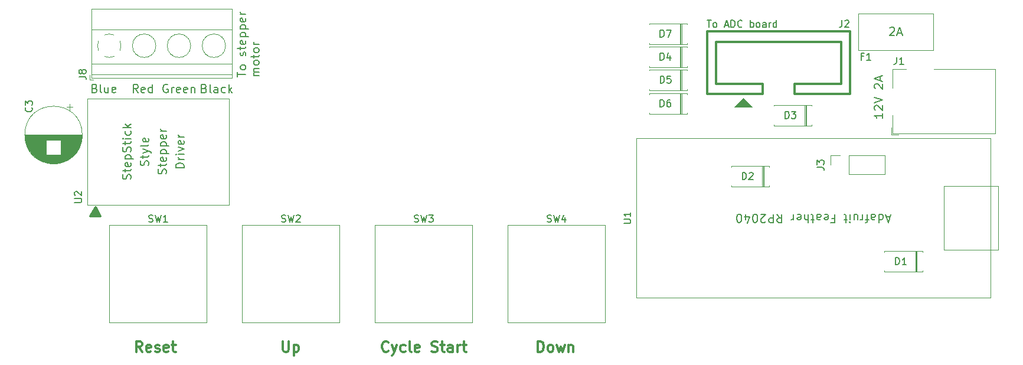
<source format=gbr>
%TF.GenerationSoftware,KiCad,Pcbnew,(6.0.0)*%
%TF.CreationDate,2022-01-09T22:19:22-05:00*%
%TF.ProjectId,Main-board-FeatherRP2040,4d61696e-2d62-46f6-9172-642d46656174,rev?*%
%TF.SameCoordinates,Original*%
%TF.FileFunction,Legend,Top*%
%TF.FilePolarity,Positive*%
%FSLAX46Y46*%
G04 Gerber Fmt 4.6, Leading zero omitted, Abs format (unit mm)*
G04 Created by KiCad (PCBNEW (6.0.0)) date 2022-01-09 22:19:22*
%MOMM*%
%LPD*%
G01*
G04 APERTURE LIST*
%ADD10C,0.200000*%
%ADD11C,0.300000*%
%ADD12C,0.150000*%
%ADD13C,0.120000*%
%ADD14C,0.100000*%
G04 APERTURE END LIST*
D10*
X98752380Y-1652380D02*
X99323809Y-1652380D01*
X99038095Y-2652380D02*
X99038095Y-1652380D01*
X99800000Y-2652380D02*
X99704761Y-2604761D01*
X99657142Y-2557142D01*
X99609523Y-2461904D01*
X99609523Y-2176190D01*
X99657142Y-2080952D01*
X99704761Y-2033333D01*
X99800000Y-1985714D01*
X99942857Y-1985714D01*
X100038095Y-2033333D01*
X100085714Y-2080952D01*
X100133333Y-2176190D01*
X100133333Y-2461904D01*
X100085714Y-2557142D01*
X100038095Y-2604761D01*
X99942857Y-2652380D01*
X99800000Y-2652380D01*
X101276190Y-2366666D02*
X101752380Y-2366666D01*
X101180952Y-2652380D02*
X101514285Y-1652380D01*
X101847619Y-2652380D01*
X102180952Y-2652380D02*
X102180952Y-1652380D01*
X102419047Y-1652380D01*
X102561904Y-1700000D01*
X102657142Y-1795238D01*
X102704761Y-1890476D01*
X102752380Y-2080952D01*
X102752380Y-2223809D01*
X102704761Y-2414285D01*
X102657142Y-2509523D01*
X102561904Y-2604761D01*
X102419047Y-2652380D01*
X102180952Y-2652380D01*
X103752380Y-2557142D02*
X103704761Y-2604761D01*
X103561904Y-2652380D01*
X103466666Y-2652380D01*
X103323809Y-2604761D01*
X103228571Y-2509523D01*
X103180952Y-2414285D01*
X103133333Y-2223809D01*
X103133333Y-2080952D01*
X103180952Y-1890476D01*
X103228571Y-1795238D01*
X103323809Y-1700000D01*
X103466666Y-1652380D01*
X103561904Y-1652380D01*
X103704761Y-1700000D01*
X103752380Y-1747619D01*
X104942857Y-2652380D02*
X104942857Y-1652380D01*
X104942857Y-2033333D02*
X105038095Y-1985714D01*
X105228571Y-1985714D01*
X105323809Y-2033333D01*
X105371428Y-2080952D01*
X105419047Y-2176190D01*
X105419047Y-2461904D01*
X105371428Y-2557142D01*
X105323809Y-2604761D01*
X105228571Y-2652380D01*
X105038095Y-2652380D01*
X104942857Y-2604761D01*
X105990476Y-2652380D02*
X105895238Y-2604761D01*
X105847619Y-2557142D01*
X105800000Y-2461904D01*
X105800000Y-2176190D01*
X105847619Y-2080952D01*
X105895238Y-2033333D01*
X105990476Y-1985714D01*
X106133333Y-1985714D01*
X106228571Y-2033333D01*
X106276190Y-2080952D01*
X106323809Y-2176190D01*
X106323809Y-2461904D01*
X106276190Y-2557142D01*
X106228571Y-2604761D01*
X106133333Y-2652380D01*
X105990476Y-2652380D01*
X107180952Y-2652380D02*
X107180952Y-2128571D01*
X107133333Y-2033333D01*
X107038095Y-1985714D01*
X106847619Y-1985714D01*
X106752380Y-2033333D01*
X107180952Y-2604761D02*
X107085714Y-2652380D01*
X106847619Y-2652380D01*
X106752380Y-2604761D01*
X106704761Y-2509523D01*
X106704761Y-2414285D01*
X106752380Y-2319047D01*
X106847619Y-2271428D01*
X107085714Y-2271428D01*
X107180952Y-2223809D01*
X107657142Y-2652380D02*
X107657142Y-1985714D01*
X107657142Y-2176190D02*
X107704761Y-2080952D01*
X107752380Y-2033333D01*
X107847619Y-1985714D01*
X107942857Y-1985714D01*
X108704761Y-2652380D02*
X108704761Y-1652380D01*
X108704761Y-2604761D02*
X108609523Y-2652380D01*
X108419047Y-2652380D01*
X108323809Y-2604761D01*
X108276190Y-2557142D01*
X108228571Y-2461904D01*
X108228571Y-2176190D01*
X108276190Y-2080952D01*
X108323809Y-2033333D01*
X108419047Y-1985714D01*
X108609523Y-1985714D01*
X108704761Y-2033333D01*
D11*
X11750000Y-29750000D02*
X10250000Y-29750000D01*
X10250000Y-29750000D02*
X11000000Y-28500000D01*
X11000000Y-28500000D02*
X11750000Y-29750000D01*
G36*
X11750000Y-29750000D02*
G01*
X10250000Y-29750000D01*
X11000000Y-28500000D01*
X11750000Y-29750000D01*
G37*
X11750000Y-29750000D02*
X10250000Y-29750000D01*
X11000000Y-28500000D01*
X11750000Y-29750000D01*
X53028571Y-49035714D02*
X52957142Y-49107142D01*
X52742857Y-49178571D01*
X52600000Y-49178571D01*
X52385714Y-49107142D01*
X52242857Y-48964285D01*
X52171428Y-48821428D01*
X52100000Y-48535714D01*
X52100000Y-48321428D01*
X52171428Y-48035714D01*
X52242857Y-47892857D01*
X52385714Y-47750000D01*
X52600000Y-47678571D01*
X52742857Y-47678571D01*
X52957142Y-47750000D01*
X53028571Y-47821428D01*
X53528571Y-48178571D02*
X53885714Y-49178571D01*
X54242857Y-48178571D02*
X53885714Y-49178571D01*
X53742857Y-49535714D01*
X53671428Y-49607142D01*
X53528571Y-49678571D01*
X55457142Y-49107142D02*
X55314285Y-49178571D01*
X55028571Y-49178571D01*
X54885714Y-49107142D01*
X54814285Y-49035714D01*
X54742857Y-48892857D01*
X54742857Y-48464285D01*
X54814285Y-48321428D01*
X54885714Y-48250000D01*
X55028571Y-48178571D01*
X55314285Y-48178571D01*
X55457142Y-48250000D01*
X56314285Y-49178571D02*
X56171428Y-49107142D01*
X56100000Y-48964285D01*
X56100000Y-47678571D01*
X57457142Y-49107142D02*
X57314285Y-49178571D01*
X57028571Y-49178571D01*
X56885714Y-49107142D01*
X56814285Y-48964285D01*
X56814285Y-48392857D01*
X56885714Y-48250000D01*
X57028571Y-48178571D01*
X57314285Y-48178571D01*
X57457142Y-48250000D01*
X57528571Y-48392857D01*
X57528571Y-48535714D01*
X56814285Y-48678571D01*
X59242857Y-49107142D02*
X59457142Y-49178571D01*
X59814285Y-49178571D01*
X59957142Y-49107142D01*
X60028571Y-49035714D01*
X60100000Y-48892857D01*
X60100000Y-48750000D01*
X60028571Y-48607142D01*
X59957142Y-48535714D01*
X59814285Y-48464285D01*
X59528571Y-48392857D01*
X59385714Y-48321428D01*
X59314285Y-48250000D01*
X59242857Y-48107142D01*
X59242857Y-47964285D01*
X59314285Y-47821428D01*
X59385714Y-47750000D01*
X59528571Y-47678571D01*
X59885714Y-47678571D01*
X60100000Y-47750000D01*
X60528571Y-48178571D02*
X61100000Y-48178571D01*
X60742857Y-47678571D02*
X60742857Y-48964285D01*
X60814285Y-49107142D01*
X60957142Y-49178571D01*
X61100000Y-49178571D01*
X62242857Y-49178571D02*
X62242857Y-48392857D01*
X62171428Y-48250000D01*
X62028571Y-48178571D01*
X61742857Y-48178571D01*
X61600000Y-48250000D01*
X62242857Y-49107142D02*
X62100000Y-49178571D01*
X61742857Y-49178571D01*
X61600000Y-49107142D01*
X61528571Y-48964285D01*
X61528571Y-48821428D01*
X61600000Y-48678571D01*
X61742857Y-48607142D01*
X62100000Y-48607142D01*
X62242857Y-48535714D01*
X62957142Y-49178571D02*
X62957142Y-48178571D01*
X62957142Y-48464285D02*
X63028571Y-48321428D01*
X63100000Y-48250000D01*
X63242857Y-48178571D01*
X63385714Y-48178571D01*
X63671428Y-48178571D02*
X64242857Y-48178571D01*
X63885714Y-47678571D02*
X63885714Y-48964285D01*
X63957142Y-49107142D01*
X64100000Y-49178571D01*
X64242857Y-49178571D01*
D10*
X17114285Y-12042857D02*
X16714285Y-11471428D01*
X16428571Y-12042857D02*
X16428571Y-10842857D01*
X16885714Y-10842857D01*
X17000000Y-10900000D01*
X17057142Y-10957142D01*
X17114285Y-11071428D01*
X17114285Y-11242857D01*
X17057142Y-11357142D01*
X17000000Y-11414285D01*
X16885714Y-11471428D01*
X16428571Y-11471428D01*
X18085714Y-11985714D02*
X17971428Y-12042857D01*
X17742857Y-12042857D01*
X17628571Y-11985714D01*
X17571428Y-11871428D01*
X17571428Y-11414285D01*
X17628571Y-11300000D01*
X17742857Y-11242857D01*
X17971428Y-11242857D01*
X18085714Y-11300000D01*
X18142857Y-11414285D01*
X18142857Y-11528571D01*
X17571428Y-11642857D01*
X19171428Y-12042857D02*
X19171428Y-10842857D01*
X19171428Y-11985714D02*
X19057142Y-12042857D01*
X18828571Y-12042857D01*
X18714285Y-11985714D01*
X18657142Y-11928571D01*
X18600000Y-11814285D01*
X18600000Y-11471428D01*
X18657142Y-11357142D01*
X18714285Y-11300000D01*
X18828571Y-11242857D01*
X19057142Y-11242857D01*
X19171428Y-11300000D01*
X123942857Y-14985714D02*
X123942857Y-15671428D01*
X123942857Y-15328571D02*
X122742857Y-15328571D01*
X122914285Y-15442857D01*
X123028571Y-15557142D01*
X123085714Y-15671428D01*
X122857142Y-14528571D02*
X122800000Y-14471428D01*
X122742857Y-14357142D01*
X122742857Y-14071428D01*
X122800000Y-13957142D01*
X122857142Y-13900000D01*
X122971428Y-13842857D01*
X123085714Y-13842857D01*
X123257142Y-13900000D01*
X123942857Y-14585714D01*
X123942857Y-13842857D01*
X122742857Y-13500000D02*
X123942857Y-13100000D01*
X122742857Y-12700000D01*
X122857142Y-11442857D02*
X122800000Y-11385714D01*
X122742857Y-11271428D01*
X122742857Y-10985714D01*
X122800000Y-10871428D01*
X122857142Y-10814285D01*
X122971428Y-10757142D01*
X123085714Y-10757142D01*
X123257142Y-10814285D01*
X123942857Y-11500000D01*
X123942857Y-10757142D01*
X123600000Y-10300000D02*
X123600000Y-9728571D01*
X123942857Y-10414285D02*
X122742857Y-10014285D01*
X123942857Y-9614285D01*
D11*
X37892857Y-47678571D02*
X37892857Y-48892857D01*
X37964285Y-49035714D01*
X38035714Y-49107142D01*
X38178571Y-49178571D01*
X38464285Y-49178571D01*
X38607142Y-49107142D01*
X38678571Y-49035714D01*
X38750000Y-48892857D01*
X38750000Y-47678571D01*
X39464285Y-48178571D02*
X39464285Y-49678571D01*
X39464285Y-48250000D02*
X39607142Y-48178571D01*
X39892857Y-48178571D01*
X40035714Y-48250000D01*
X40107142Y-48321428D01*
X40178571Y-48464285D01*
X40178571Y-48892857D01*
X40107142Y-49035714D01*
X40035714Y-49107142D01*
X39892857Y-49178571D01*
X39607142Y-49178571D01*
X39464285Y-49107142D01*
X17742857Y-49178571D02*
X17242857Y-48464285D01*
X16885714Y-49178571D02*
X16885714Y-47678571D01*
X17457142Y-47678571D01*
X17600000Y-47750000D01*
X17671428Y-47821428D01*
X17742857Y-47964285D01*
X17742857Y-48178571D01*
X17671428Y-48321428D01*
X17600000Y-48392857D01*
X17457142Y-48464285D01*
X16885714Y-48464285D01*
X18957142Y-49107142D02*
X18814285Y-49178571D01*
X18528571Y-49178571D01*
X18385714Y-49107142D01*
X18314285Y-48964285D01*
X18314285Y-48392857D01*
X18385714Y-48250000D01*
X18528571Y-48178571D01*
X18814285Y-48178571D01*
X18957142Y-48250000D01*
X19028571Y-48392857D01*
X19028571Y-48535714D01*
X18314285Y-48678571D01*
X19600000Y-49107142D02*
X19742857Y-49178571D01*
X20028571Y-49178571D01*
X20171428Y-49107142D01*
X20242857Y-48964285D01*
X20242857Y-48892857D01*
X20171428Y-48750000D01*
X20028571Y-48678571D01*
X19814285Y-48678571D01*
X19671428Y-48607142D01*
X19600000Y-48464285D01*
X19600000Y-48392857D01*
X19671428Y-48250000D01*
X19814285Y-48178571D01*
X20028571Y-48178571D01*
X20171428Y-48250000D01*
X21457142Y-49107142D02*
X21314285Y-49178571D01*
X21028571Y-49178571D01*
X20885714Y-49107142D01*
X20814285Y-48964285D01*
X20814285Y-48392857D01*
X20885714Y-48250000D01*
X21028571Y-48178571D01*
X21314285Y-48178571D01*
X21457142Y-48250000D01*
X21528571Y-48392857D01*
X21528571Y-48535714D01*
X20814285Y-48678571D01*
X21957142Y-48178571D02*
X22528571Y-48178571D01*
X22171428Y-47678571D02*
X22171428Y-48964285D01*
X22242857Y-49107142D01*
X22385714Y-49178571D01*
X22528571Y-49178571D01*
X74464285Y-49178571D02*
X74464285Y-47678571D01*
X74821428Y-47678571D01*
X75035714Y-47750000D01*
X75178571Y-47892857D01*
X75250000Y-48035714D01*
X75321428Y-48321428D01*
X75321428Y-48535714D01*
X75250000Y-48821428D01*
X75178571Y-48964285D01*
X75035714Y-49107142D01*
X74821428Y-49178571D01*
X74464285Y-49178571D01*
X76178571Y-49178571D02*
X76035714Y-49107142D01*
X75964285Y-49035714D01*
X75892857Y-48892857D01*
X75892857Y-48464285D01*
X75964285Y-48321428D01*
X76035714Y-48250000D01*
X76178571Y-48178571D01*
X76392857Y-48178571D01*
X76535714Y-48250000D01*
X76607142Y-48321428D01*
X76678571Y-48464285D01*
X76678571Y-48892857D01*
X76607142Y-49035714D01*
X76535714Y-49107142D01*
X76392857Y-49178571D01*
X76178571Y-49178571D01*
X77178571Y-48178571D02*
X77464285Y-49178571D01*
X77750000Y-48464285D01*
X78035714Y-49178571D01*
X78321428Y-48178571D01*
X78892857Y-48178571D02*
X78892857Y-49178571D01*
X78892857Y-48321428D02*
X78964285Y-48250000D01*
X79107142Y-48178571D01*
X79321428Y-48178571D01*
X79464285Y-48250000D01*
X79535714Y-48392857D01*
X79535714Y-49178571D01*
D10*
X26628571Y-11414285D02*
X26800000Y-11471428D01*
X26857142Y-11528571D01*
X26914285Y-11642857D01*
X26914285Y-11814285D01*
X26857142Y-11928571D01*
X26800000Y-11985714D01*
X26685714Y-12042857D01*
X26228571Y-12042857D01*
X26228571Y-10842857D01*
X26628571Y-10842857D01*
X26742857Y-10900000D01*
X26800000Y-10957142D01*
X26857142Y-11071428D01*
X26857142Y-11185714D01*
X26800000Y-11300000D01*
X26742857Y-11357142D01*
X26628571Y-11414285D01*
X26228571Y-11414285D01*
X27600000Y-12042857D02*
X27485714Y-11985714D01*
X27428571Y-11871428D01*
X27428571Y-10842857D01*
X28571428Y-12042857D02*
X28571428Y-11414285D01*
X28514285Y-11300000D01*
X28400000Y-11242857D01*
X28171428Y-11242857D01*
X28057142Y-11300000D01*
X28571428Y-11985714D02*
X28457142Y-12042857D01*
X28171428Y-12042857D01*
X28057142Y-11985714D01*
X28000000Y-11871428D01*
X28000000Y-11757142D01*
X28057142Y-11642857D01*
X28171428Y-11585714D01*
X28457142Y-11585714D01*
X28571428Y-11528571D01*
X29657142Y-11985714D02*
X29542857Y-12042857D01*
X29314285Y-12042857D01*
X29200000Y-11985714D01*
X29142857Y-11928571D01*
X29085714Y-11814285D01*
X29085714Y-11471428D01*
X29142857Y-11357142D01*
X29200000Y-11300000D01*
X29314285Y-11242857D01*
X29542857Y-11242857D01*
X29657142Y-11300000D01*
X30171428Y-12042857D02*
X30171428Y-10842857D01*
X30285714Y-11585714D02*
X30628571Y-12042857D01*
X30628571Y-11242857D02*
X30171428Y-11700000D01*
X10914285Y-11414285D02*
X11085714Y-11471428D01*
X11142857Y-11528571D01*
X11200000Y-11642857D01*
X11200000Y-11814285D01*
X11142857Y-11928571D01*
X11085714Y-11985714D01*
X10971428Y-12042857D01*
X10514285Y-12042857D01*
X10514285Y-10842857D01*
X10914285Y-10842857D01*
X11028571Y-10900000D01*
X11085714Y-10957142D01*
X11142857Y-11071428D01*
X11142857Y-11185714D01*
X11085714Y-11300000D01*
X11028571Y-11357142D01*
X10914285Y-11414285D01*
X10514285Y-11414285D01*
X11885714Y-12042857D02*
X11771428Y-11985714D01*
X11714285Y-11871428D01*
X11714285Y-10842857D01*
X12857142Y-11242857D02*
X12857142Y-12042857D01*
X12342857Y-11242857D02*
X12342857Y-11871428D01*
X12400000Y-11985714D01*
X12514285Y-12042857D01*
X12685714Y-12042857D01*
X12800000Y-11985714D01*
X12857142Y-11928571D01*
X13885714Y-11985714D02*
X13771428Y-12042857D01*
X13542857Y-12042857D01*
X13428571Y-11985714D01*
X13371428Y-11871428D01*
X13371428Y-11414285D01*
X13428571Y-11300000D01*
X13542857Y-11242857D01*
X13771428Y-11242857D01*
X13885714Y-11300000D01*
X13942857Y-11414285D01*
X13942857Y-11528571D01*
X13371428Y-11642857D01*
X31376857Y-9755714D02*
X31376857Y-9070000D01*
X32576857Y-9412857D02*
X31376857Y-9412857D01*
X32576857Y-8498571D02*
X32519714Y-8612857D01*
X32462571Y-8670000D01*
X32348285Y-8727142D01*
X32005428Y-8727142D01*
X31891142Y-8670000D01*
X31834000Y-8612857D01*
X31776857Y-8498571D01*
X31776857Y-8327142D01*
X31834000Y-8212857D01*
X31891142Y-8155714D01*
X32005428Y-8098571D01*
X32348285Y-8098571D01*
X32462571Y-8155714D01*
X32519714Y-8212857D01*
X32576857Y-8327142D01*
X32576857Y-8498571D01*
X32519714Y-6727142D02*
X32576857Y-6612857D01*
X32576857Y-6384285D01*
X32519714Y-6270000D01*
X32405428Y-6212857D01*
X32348285Y-6212857D01*
X32234000Y-6270000D01*
X32176857Y-6384285D01*
X32176857Y-6555714D01*
X32119714Y-6670000D01*
X32005428Y-6727142D01*
X31948285Y-6727142D01*
X31834000Y-6670000D01*
X31776857Y-6555714D01*
X31776857Y-6384285D01*
X31834000Y-6270000D01*
X31776857Y-5870000D02*
X31776857Y-5412857D01*
X31376857Y-5698571D02*
X32405428Y-5698571D01*
X32519714Y-5641428D01*
X32576857Y-5527142D01*
X32576857Y-5412857D01*
X32519714Y-4555714D02*
X32576857Y-4670000D01*
X32576857Y-4898571D01*
X32519714Y-5012857D01*
X32405428Y-5070000D01*
X31948285Y-5070000D01*
X31834000Y-5012857D01*
X31776857Y-4898571D01*
X31776857Y-4670000D01*
X31834000Y-4555714D01*
X31948285Y-4498571D01*
X32062571Y-4498571D01*
X32176857Y-5070000D01*
X31776857Y-3984285D02*
X32976857Y-3984285D01*
X31834000Y-3984285D02*
X31776857Y-3870000D01*
X31776857Y-3641428D01*
X31834000Y-3527142D01*
X31891142Y-3470000D01*
X32005428Y-3412857D01*
X32348285Y-3412857D01*
X32462571Y-3470000D01*
X32519714Y-3527142D01*
X32576857Y-3641428D01*
X32576857Y-3870000D01*
X32519714Y-3984285D01*
X31776857Y-2898571D02*
X32976857Y-2898571D01*
X31834000Y-2898571D02*
X31776857Y-2784285D01*
X31776857Y-2555714D01*
X31834000Y-2441428D01*
X31891142Y-2384285D01*
X32005428Y-2327142D01*
X32348285Y-2327142D01*
X32462571Y-2384285D01*
X32519714Y-2441428D01*
X32576857Y-2555714D01*
X32576857Y-2784285D01*
X32519714Y-2898571D01*
X32519714Y-1355714D02*
X32576857Y-1470000D01*
X32576857Y-1698571D01*
X32519714Y-1812857D01*
X32405428Y-1870000D01*
X31948285Y-1870000D01*
X31834000Y-1812857D01*
X31776857Y-1698571D01*
X31776857Y-1470000D01*
X31834000Y-1355714D01*
X31948285Y-1298571D01*
X32062571Y-1298571D01*
X32176857Y-1870000D01*
X32576857Y-784285D02*
X31776857Y-784285D01*
X32005428Y-784285D02*
X31891142Y-727142D01*
X31834000Y-670000D01*
X31776857Y-555714D01*
X31776857Y-441428D01*
X34508857Y-9584285D02*
X33708857Y-9584285D01*
X33823142Y-9584285D02*
X33766000Y-9527142D01*
X33708857Y-9412857D01*
X33708857Y-9241428D01*
X33766000Y-9127142D01*
X33880285Y-9070000D01*
X34508857Y-9070000D01*
X33880285Y-9070000D02*
X33766000Y-9012857D01*
X33708857Y-8898571D01*
X33708857Y-8727142D01*
X33766000Y-8612857D01*
X33880285Y-8555714D01*
X34508857Y-8555714D01*
X34508857Y-7812857D02*
X34451714Y-7927142D01*
X34394571Y-7984285D01*
X34280285Y-8041428D01*
X33937428Y-8041428D01*
X33823142Y-7984285D01*
X33766000Y-7927142D01*
X33708857Y-7812857D01*
X33708857Y-7641428D01*
X33766000Y-7527142D01*
X33823142Y-7470000D01*
X33937428Y-7412857D01*
X34280285Y-7412857D01*
X34394571Y-7470000D01*
X34451714Y-7527142D01*
X34508857Y-7641428D01*
X34508857Y-7812857D01*
X33708857Y-7070000D02*
X33708857Y-6612857D01*
X33308857Y-6898571D02*
X34337428Y-6898571D01*
X34451714Y-6841428D01*
X34508857Y-6727142D01*
X34508857Y-6612857D01*
X34508857Y-6041428D02*
X34451714Y-6155714D01*
X34394571Y-6212857D01*
X34280285Y-6270000D01*
X33937428Y-6270000D01*
X33823142Y-6212857D01*
X33766000Y-6155714D01*
X33708857Y-6041428D01*
X33708857Y-5870000D01*
X33766000Y-5755714D01*
X33823142Y-5698571D01*
X33937428Y-5641428D01*
X34280285Y-5641428D01*
X34394571Y-5698571D01*
X34451714Y-5755714D01*
X34508857Y-5870000D01*
X34508857Y-6041428D01*
X34508857Y-5127142D02*
X33708857Y-5127142D01*
X33937428Y-5127142D02*
X33823142Y-5070000D01*
X33766000Y-5012857D01*
X33708857Y-4898571D01*
X33708857Y-4784285D01*
X124942857Y-2757142D02*
X125000000Y-2700000D01*
X125114285Y-2642857D01*
X125400000Y-2642857D01*
X125514285Y-2700000D01*
X125571428Y-2757142D01*
X125628571Y-2871428D01*
X125628571Y-2985714D01*
X125571428Y-3157142D01*
X124885714Y-3842857D01*
X125628571Y-3842857D01*
X126085714Y-3500000D02*
X126657142Y-3500000D01*
X125971428Y-3842857D02*
X126371428Y-2642857D01*
X126771428Y-3842857D01*
X21371428Y-10900000D02*
X21257142Y-10842857D01*
X21085714Y-10842857D01*
X20914285Y-10900000D01*
X20800000Y-11014285D01*
X20742857Y-11128571D01*
X20685714Y-11357142D01*
X20685714Y-11528571D01*
X20742857Y-11757142D01*
X20800000Y-11871428D01*
X20914285Y-11985714D01*
X21085714Y-12042857D01*
X21200000Y-12042857D01*
X21371428Y-11985714D01*
X21428571Y-11928571D01*
X21428571Y-11528571D01*
X21200000Y-11528571D01*
X21942857Y-12042857D02*
X21942857Y-11242857D01*
X21942857Y-11471428D02*
X22000000Y-11357142D01*
X22057142Y-11300000D01*
X22171428Y-11242857D01*
X22285714Y-11242857D01*
X23142857Y-11985714D02*
X23028571Y-12042857D01*
X22800000Y-12042857D01*
X22685714Y-11985714D01*
X22628571Y-11871428D01*
X22628571Y-11414285D01*
X22685714Y-11300000D01*
X22800000Y-11242857D01*
X23028571Y-11242857D01*
X23142857Y-11300000D01*
X23200000Y-11414285D01*
X23200000Y-11528571D01*
X22628571Y-11642857D01*
X24171428Y-11985714D02*
X24057142Y-12042857D01*
X23828571Y-12042857D01*
X23714285Y-11985714D01*
X23657142Y-11871428D01*
X23657142Y-11414285D01*
X23714285Y-11300000D01*
X23828571Y-11242857D01*
X24057142Y-11242857D01*
X24171428Y-11300000D01*
X24228571Y-11414285D01*
X24228571Y-11528571D01*
X23657142Y-11642857D01*
X24742857Y-11242857D02*
X24742857Y-12042857D01*
X24742857Y-11357142D02*
X24800000Y-11300000D01*
X24914285Y-11242857D01*
X25085714Y-11242857D01*
X25200000Y-11300000D01*
X25257142Y-11414285D01*
X25257142Y-12042857D01*
D12*
%TO.C,F1*%
X121166666Y-6828571D02*
X120833333Y-6828571D01*
X120833333Y-7352380D02*
X120833333Y-6352380D01*
X121309523Y-6352380D01*
X122214285Y-7352380D02*
X121642857Y-7352380D01*
X121928571Y-7352380D02*
X121928571Y-6352380D01*
X121833333Y-6495238D01*
X121738095Y-6590476D01*
X121642857Y-6638095D01*
%TO.C,C3*%
X1857142Y-14166666D02*
X1904761Y-14214285D01*
X1952380Y-14357142D01*
X1952380Y-14452380D01*
X1904761Y-14595238D01*
X1809523Y-14690476D01*
X1714285Y-14738095D01*
X1523809Y-14785714D01*
X1380952Y-14785714D01*
X1190476Y-14738095D01*
X1095238Y-14690476D01*
X1000000Y-14595238D01*
X952380Y-14452380D01*
X952380Y-14357142D01*
X1000000Y-14214285D01*
X1047619Y-14166666D01*
X952380Y-13833333D02*
X952380Y-13214285D01*
X1333333Y-13547619D01*
X1333333Y-13404761D01*
X1380952Y-13309523D01*
X1428571Y-13261904D01*
X1523809Y-13214285D01*
X1761904Y-13214285D01*
X1857142Y-13261904D01*
X1904761Y-13309523D01*
X1952380Y-13404761D01*
X1952380Y-13690476D01*
X1904761Y-13785714D01*
X1857142Y-13833333D01*
%TO.C,SW4*%
X75816666Y-30530761D02*
X75959523Y-30578380D01*
X76197619Y-30578380D01*
X76292857Y-30530761D01*
X76340476Y-30483142D01*
X76388095Y-30387904D01*
X76388095Y-30292666D01*
X76340476Y-30197428D01*
X76292857Y-30149809D01*
X76197619Y-30102190D01*
X76007142Y-30054571D01*
X75911904Y-30006952D01*
X75864285Y-29959333D01*
X75816666Y-29864095D01*
X75816666Y-29768857D01*
X75864285Y-29673619D01*
X75911904Y-29626000D01*
X76007142Y-29578380D01*
X76245238Y-29578380D01*
X76388095Y-29626000D01*
X76721428Y-29578380D02*
X76959523Y-30578380D01*
X77150000Y-29864095D01*
X77340476Y-30578380D01*
X77578571Y-29578380D01*
X78388095Y-29911714D02*
X78388095Y-30578380D01*
X78150000Y-29530761D02*
X77911904Y-30245047D01*
X78530952Y-30245047D01*
%TO.C,J8*%
X8652380Y-9733333D02*
X9366666Y-9733333D01*
X9509523Y-9780952D01*
X9604761Y-9876190D01*
X9652380Y-10019047D01*
X9652380Y-10114285D01*
X9080952Y-9114285D02*
X9033333Y-9209523D01*
X8985714Y-9257142D01*
X8890476Y-9304761D01*
X8842857Y-9304761D01*
X8747619Y-9257142D01*
X8700000Y-9209523D01*
X8652380Y-9114285D01*
X8652380Y-8923809D01*
X8700000Y-8828571D01*
X8747619Y-8780952D01*
X8842857Y-8733333D01*
X8890476Y-8733333D01*
X8985714Y-8780952D01*
X9033333Y-8828571D01*
X9080952Y-8923809D01*
X9080952Y-9114285D01*
X9128571Y-9209523D01*
X9176190Y-9257142D01*
X9271428Y-9304761D01*
X9461904Y-9304761D01*
X9557142Y-9257142D01*
X9604761Y-9209523D01*
X9652380Y-9114285D01*
X9652380Y-8923809D01*
X9604761Y-8828571D01*
X9557142Y-8780952D01*
X9461904Y-8733333D01*
X9271428Y-8733333D01*
X9176190Y-8780952D01*
X9128571Y-8828571D01*
X9080952Y-8923809D01*
%TO.C,D6*%
X92011904Y-14052380D02*
X92011904Y-13052380D01*
X92250000Y-13052380D01*
X92392857Y-13100000D01*
X92488095Y-13195238D01*
X92535714Y-13290476D01*
X92583333Y-13480952D01*
X92583333Y-13623809D01*
X92535714Y-13814285D01*
X92488095Y-13909523D01*
X92392857Y-14004761D01*
X92250000Y-14052380D01*
X92011904Y-14052380D01*
X93440476Y-13052380D02*
X93250000Y-13052380D01*
X93154761Y-13100000D01*
X93107142Y-13147619D01*
X93011904Y-13290476D01*
X92964285Y-13480952D01*
X92964285Y-13861904D01*
X93011904Y-13957142D01*
X93059523Y-14004761D01*
X93154761Y-14052380D01*
X93345238Y-14052380D01*
X93440476Y-14004761D01*
X93488095Y-13957142D01*
X93535714Y-13861904D01*
X93535714Y-13623809D01*
X93488095Y-13528571D01*
X93440476Y-13480952D01*
X93345238Y-13433333D01*
X93154761Y-13433333D01*
X93059523Y-13480952D01*
X93011904Y-13528571D01*
X92964285Y-13623809D01*
%TO.C,J3*%
X114492380Y-22713333D02*
X115206666Y-22713333D01*
X115349523Y-22760952D01*
X115444761Y-22856190D01*
X115492380Y-22999047D01*
X115492380Y-23094285D01*
X114492380Y-22332380D02*
X114492380Y-21713333D01*
X114873333Y-22046666D01*
X114873333Y-21903809D01*
X114920952Y-21808571D01*
X114968571Y-21760952D01*
X115063809Y-21713333D01*
X115301904Y-21713333D01*
X115397142Y-21760952D01*
X115444761Y-21808571D01*
X115492380Y-21903809D01*
X115492380Y-22189523D01*
X115444761Y-22284761D01*
X115397142Y-22332380D01*
%TO.C,J1*%
X125916666Y-6959880D02*
X125916666Y-7674166D01*
X125869047Y-7817023D01*
X125773809Y-7912261D01*
X125630952Y-7959880D01*
X125535714Y-7959880D01*
X126916666Y-7959880D02*
X126345238Y-7959880D01*
X126630952Y-7959880D02*
X126630952Y-6959880D01*
X126535714Y-7102738D01*
X126440476Y-7197976D01*
X126345238Y-7245595D01*
%TO.C,SW1*%
X18666666Y-30530761D02*
X18809523Y-30578380D01*
X19047619Y-30578380D01*
X19142857Y-30530761D01*
X19190476Y-30483142D01*
X19238095Y-30387904D01*
X19238095Y-30292666D01*
X19190476Y-30197428D01*
X19142857Y-30149809D01*
X19047619Y-30102190D01*
X18857142Y-30054571D01*
X18761904Y-30006952D01*
X18714285Y-29959333D01*
X18666666Y-29864095D01*
X18666666Y-29768857D01*
X18714285Y-29673619D01*
X18761904Y-29626000D01*
X18857142Y-29578380D01*
X19095238Y-29578380D01*
X19238095Y-29626000D01*
X19571428Y-29578380D02*
X19809523Y-30578380D01*
X20000000Y-29864095D01*
X20190476Y-30578380D01*
X20428571Y-29578380D01*
X21333333Y-30578380D02*
X20761904Y-30578380D01*
X21047619Y-30578380D02*
X21047619Y-29578380D01*
X20952380Y-29721238D01*
X20857142Y-29816476D01*
X20761904Y-29864095D01*
%TO.C,D1*%
X125786904Y-36677380D02*
X125786904Y-35677380D01*
X126025000Y-35677380D01*
X126167857Y-35725000D01*
X126263095Y-35820238D01*
X126310714Y-35915476D01*
X126358333Y-36105952D01*
X126358333Y-36248809D01*
X126310714Y-36439285D01*
X126263095Y-36534523D01*
X126167857Y-36629761D01*
X126025000Y-36677380D01*
X125786904Y-36677380D01*
X127310714Y-36677380D02*
X126739285Y-36677380D01*
X127025000Y-36677380D02*
X127025000Y-35677380D01*
X126929761Y-35820238D01*
X126834523Y-35915476D01*
X126739285Y-35963095D01*
%TO.C,D2*%
X103811904Y-24477380D02*
X103811904Y-23477380D01*
X104050000Y-23477380D01*
X104192857Y-23525000D01*
X104288095Y-23620238D01*
X104335714Y-23715476D01*
X104383333Y-23905952D01*
X104383333Y-24048809D01*
X104335714Y-24239285D01*
X104288095Y-24334523D01*
X104192857Y-24429761D01*
X104050000Y-24477380D01*
X103811904Y-24477380D01*
X104764285Y-23572619D02*
X104811904Y-23525000D01*
X104907142Y-23477380D01*
X105145238Y-23477380D01*
X105240476Y-23525000D01*
X105288095Y-23572619D01*
X105335714Y-23667857D01*
X105335714Y-23763095D01*
X105288095Y-23905952D01*
X104716666Y-24477380D01*
X105335714Y-24477380D01*
%TO.C,D7*%
X92011904Y-4052380D02*
X92011904Y-3052380D01*
X92250000Y-3052380D01*
X92392857Y-3100000D01*
X92488095Y-3195238D01*
X92535714Y-3290476D01*
X92583333Y-3480952D01*
X92583333Y-3623809D01*
X92535714Y-3814285D01*
X92488095Y-3909523D01*
X92392857Y-4004761D01*
X92250000Y-4052380D01*
X92011904Y-4052380D01*
X92916666Y-3052380D02*
X93583333Y-3052380D01*
X93154761Y-4052380D01*
%TO.C,U2*%
X8022380Y-27761904D02*
X8831904Y-27761904D01*
X8927142Y-27714285D01*
X8974761Y-27666666D01*
X9022380Y-27571428D01*
X9022380Y-27380952D01*
X8974761Y-27285714D01*
X8927142Y-27238095D01*
X8831904Y-27190476D01*
X8022380Y-27190476D01*
X8117619Y-26761904D02*
X8070000Y-26714285D01*
X8022380Y-26619047D01*
X8022380Y-26380952D01*
X8070000Y-26285714D01*
X8117619Y-26238095D01*
X8212857Y-26190476D01*
X8308095Y-26190476D01*
X8450952Y-26238095D01*
X9022380Y-26809523D01*
X9022380Y-26190476D01*
D10*
X16040714Y-24442857D02*
X16097857Y-24271428D01*
X16097857Y-23985714D01*
X16040714Y-23871428D01*
X15983571Y-23814285D01*
X15869285Y-23757142D01*
X15755000Y-23757142D01*
X15640714Y-23814285D01*
X15583571Y-23871428D01*
X15526428Y-23985714D01*
X15469285Y-24214285D01*
X15412142Y-24328571D01*
X15355000Y-24385714D01*
X15240714Y-24442857D01*
X15126428Y-24442857D01*
X15012142Y-24385714D01*
X14955000Y-24328571D01*
X14897857Y-24214285D01*
X14897857Y-23928571D01*
X14955000Y-23757142D01*
X15297857Y-23414285D02*
X15297857Y-22957142D01*
X14897857Y-23242857D02*
X15926428Y-23242857D01*
X16040714Y-23185714D01*
X16097857Y-23071428D01*
X16097857Y-22957142D01*
X16040714Y-22100000D02*
X16097857Y-22214285D01*
X16097857Y-22442857D01*
X16040714Y-22557142D01*
X15926428Y-22614285D01*
X15469285Y-22614285D01*
X15355000Y-22557142D01*
X15297857Y-22442857D01*
X15297857Y-22214285D01*
X15355000Y-22100000D01*
X15469285Y-22042857D01*
X15583571Y-22042857D01*
X15697857Y-22614285D01*
X15297857Y-21528571D02*
X16497857Y-21528571D01*
X15355000Y-21528571D02*
X15297857Y-21414285D01*
X15297857Y-21185714D01*
X15355000Y-21071428D01*
X15412142Y-21014285D01*
X15526428Y-20957142D01*
X15869285Y-20957142D01*
X15983571Y-21014285D01*
X16040714Y-21071428D01*
X16097857Y-21185714D01*
X16097857Y-21414285D01*
X16040714Y-21528571D01*
X16040714Y-20500000D02*
X16097857Y-20328571D01*
X16097857Y-20042857D01*
X16040714Y-19928571D01*
X15983571Y-19871428D01*
X15869285Y-19814285D01*
X15755000Y-19814285D01*
X15640714Y-19871428D01*
X15583571Y-19928571D01*
X15526428Y-20042857D01*
X15469285Y-20271428D01*
X15412142Y-20385714D01*
X15355000Y-20442857D01*
X15240714Y-20500000D01*
X15126428Y-20500000D01*
X15012142Y-20442857D01*
X14955000Y-20385714D01*
X14897857Y-20271428D01*
X14897857Y-19985714D01*
X14955000Y-19814285D01*
X15297857Y-19471428D02*
X15297857Y-19014285D01*
X14897857Y-19300000D02*
X15926428Y-19300000D01*
X16040714Y-19242857D01*
X16097857Y-19128571D01*
X16097857Y-19014285D01*
X16097857Y-18614285D02*
X15297857Y-18614285D01*
X14897857Y-18614285D02*
X14955000Y-18671428D01*
X15012142Y-18614285D01*
X14955000Y-18557142D01*
X14897857Y-18614285D01*
X15012142Y-18614285D01*
X16040714Y-17528571D02*
X16097857Y-17642857D01*
X16097857Y-17871428D01*
X16040714Y-17985714D01*
X15983571Y-18042857D01*
X15869285Y-18100000D01*
X15526428Y-18100000D01*
X15412142Y-18042857D01*
X15355000Y-17985714D01*
X15297857Y-17871428D01*
X15297857Y-17642857D01*
X15355000Y-17528571D01*
X16097857Y-17014285D02*
X14897857Y-17014285D01*
X15640714Y-16900000D02*
X16097857Y-16557142D01*
X15297857Y-16557142D02*
X15755000Y-17014285D01*
X23717857Y-22814285D02*
X22517857Y-22814285D01*
X22517857Y-22528571D01*
X22575000Y-22357142D01*
X22689285Y-22242857D01*
X22803571Y-22185714D01*
X23032142Y-22128571D01*
X23203571Y-22128571D01*
X23432142Y-22185714D01*
X23546428Y-22242857D01*
X23660714Y-22357142D01*
X23717857Y-22528571D01*
X23717857Y-22814285D01*
X23717857Y-21614285D02*
X22917857Y-21614285D01*
X23146428Y-21614285D02*
X23032142Y-21557142D01*
X22975000Y-21500000D01*
X22917857Y-21385714D01*
X22917857Y-21271428D01*
X23717857Y-20871428D02*
X22917857Y-20871428D01*
X22517857Y-20871428D02*
X22575000Y-20928571D01*
X22632142Y-20871428D01*
X22575000Y-20814285D01*
X22517857Y-20871428D01*
X22632142Y-20871428D01*
X22917857Y-20414285D02*
X23717857Y-20128571D01*
X22917857Y-19842857D01*
X23660714Y-18928571D02*
X23717857Y-19042857D01*
X23717857Y-19271428D01*
X23660714Y-19385714D01*
X23546428Y-19442857D01*
X23089285Y-19442857D01*
X22975000Y-19385714D01*
X22917857Y-19271428D01*
X22917857Y-19042857D01*
X22975000Y-18928571D01*
X23089285Y-18871428D01*
X23203571Y-18871428D01*
X23317857Y-19442857D01*
X23717857Y-18357142D02*
X22917857Y-18357142D01*
X23146428Y-18357142D02*
X23032142Y-18300000D01*
X22975000Y-18242857D01*
X22917857Y-18128571D01*
X22917857Y-18014285D01*
X18580714Y-22471428D02*
X18637857Y-22300000D01*
X18637857Y-22014285D01*
X18580714Y-21900000D01*
X18523571Y-21842857D01*
X18409285Y-21785714D01*
X18295000Y-21785714D01*
X18180714Y-21842857D01*
X18123571Y-21900000D01*
X18066428Y-22014285D01*
X18009285Y-22242857D01*
X17952142Y-22357142D01*
X17895000Y-22414285D01*
X17780714Y-22471428D01*
X17666428Y-22471428D01*
X17552142Y-22414285D01*
X17495000Y-22357142D01*
X17437857Y-22242857D01*
X17437857Y-21957142D01*
X17495000Y-21785714D01*
X17837857Y-21442857D02*
X17837857Y-20985714D01*
X17437857Y-21271428D02*
X18466428Y-21271428D01*
X18580714Y-21214285D01*
X18637857Y-21100000D01*
X18637857Y-20985714D01*
X17837857Y-20700000D02*
X18637857Y-20414285D01*
X17837857Y-20128571D02*
X18637857Y-20414285D01*
X18923571Y-20528571D01*
X18980714Y-20585714D01*
X19037857Y-20700000D01*
X18637857Y-19500000D02*
X18580714Y-19614285D01*
X18466428Y-19671428D01*
X17437857Y-19671428D01*
X18580714Y-18585714D02*
X18637857Y-18700000D01*
X18637857Y-18928571D01*
X18580714Y-19042857D01*
X18466428Y-19100000D01*
X18009285Y-19100000D01*
X17895000Y-19042857D01*
X17837857Y-18928571D01*
X17837857Y-18700000D01*
X17895000Y-18585714D01*
X18009285Y-18528571D01*
X18123571Y-18528571D01*
X18237857Y-19100000D01*
X21120714Y-23671428D02*
X21177857Y-23500000D01*
X21177857Y-23214285D01*
X21120714Y-23100000D01*
X21063571Y-23042857D01*
X20949285Y-22985714D01*
X20835000Y-22985714D01*
X20720714Y-23042857D01*
X20663571Y-23100000D01*
X20606428Y-23214285D01*
X20549285Y-23442857D01*
X20492142Y-23557142D01*
X20435000Y-23614285D01*
X20320714Y-23671428D01*
X20206428Y-23671428D01*
X20092142Y-23614285D01*
X20035000Y-23557142D01*
X19977857Y-23442857D01*
X19977857Y-23157142D01*
X20035000Y-22985714D01*
X20377857Y-22642857D02*
X20377857Y-22185714D01*
X19977857Y-22471428D02*
X21006428Y-22471428D01*
X21120714Y-22414285D01*
X21177857Y-22300000D01*
X21177857Y-22185714D01*
X21120714Y-21328571D02*
X21177857Y-21442857D01*
X21177857Y-21671428D01*
X21120714Y-21785714D01*
X21006428Y-21842857D01*
X20549285Y-21842857D01*
X20435000Y-21785714D01*
X20377857Y-21671428D01*
X20377857Y-21442857D01*
X20435000Y-21328571D01*
X20549285Y-21271428D01*
X20663571Y-21271428D01*
X20777857Y-21842857D01*
X20377857Y-20757142D02*
X21577857Y-20757142D01*
X20435000Y-20757142D02*
X20377857Y-20642857D01*
X20377857Y-20414285D01*
X20435000Y-20300000D01*
X20492142Y-20242857D01*
X20606428Y-20185714D01*
X20949285Y-20185714D01*
X21063571Y-20242857D01*
X21120714Y-20300000D01*
X21177857Y-20414285D01*
X21177857Y-20642857D01*
X21120714Y-20757142D01*
X20377857Y-19671428D02*
X21577857Y-19671428D01*
X20435000Y-19671428D02*
X20377857Y-19557142D01*
X20377857Y-19328571D01*
X20435000Y-19214285D01*
X20492142Y-19157142D01*
X20606428Y-19100000D01*
X20949285Y-19100000D01*
X21063571Y-19157142D01*
X21120714Y-19214285D01*
X21177857Y-19328571D01*
X21177857Y-19557142D01*
X21120714Y-19671428D01*
X21120714Y-18128571D02*
X21177857Y-18242857D01*
X21177857Y-18471428D01*
X21120714Y-18585714D01*
X21006428Y-18642857D01*
X20549285Y-18642857D01*
X20435000Y-18585714D01*
X20377857Y-18471428D01*
X20377857Y-18242857D01*
X20435000Y-18128571D01*
X20549285Y-18071428D01*
X20663571Y-18071428D01*
X20777857Y-18642857D01*
X21177857Y-17557142D02*
X20377857Y-17557142D01*
X20606428Y-17557142D02*
X20492142Y-17500000D01*
X20435000Y-17442857D01*
X20377857Y-17328571D01*
X20377857Y-17214285D01*
D12*
%TO.C,U1*%
X86782380Y-30761904D02*
X87591904Y-30761904D01*
X87687142Y-30714285D01*
X87734761Y-30666666D01*
X87782380Y-30571428D01*
X87782380Y-30380952D01*
X87734761Y-30285714D01*
X87687142Y-30238095D01*
X87591904Y-30190476D01*
X86782380Y-30190476D01*
X87782380Y-29190476D02*
X87782380Y-29761904D01*
X87782380Y-29476190D02*
X86782380Y-29476190D01*
X86925238Y-29571428D01*
X87020476Y-29666666D01*
X87068095Y-29761904D01*
D10*
X125000000Y-29800000D02*
X124428571Y-29800000D01*
X125114285Y-29457142D02*
X124714285Y-30657142D01*
X124314285Y-29457142D01*
X123400000Y-29457142D02*
X123400000Y-30657142D01*
X123400000Y-29514285D02*
X123514285Y-29457142D01*
X123742857Y-29457142D01*
X123857142Y-29514285D01*
X123914285Y-29571428D01*
X123971428Y-29685714D01*
X123971428Y-30028571D01*
X123914285Y-30142857D01*
X123857142Y-30200000D01*
X123742857Y-30257142D01*
X123514285Y-30257142D01*
X123400000Y-30200000D01*
X122314285Y-29457142D02*
X122314285Y-30085714D01*
X122371428Y-30200000D01*
X122485714Y-30257142D01*
X122714285Y-30257142D01*
X122828571Y-30200000D01*
X122314285Y-29514285D02*
X122428571Y-29457142D01*
X122714285Y-29457142D01*
X122828571Y-29514285D01*
X122885714Y-29628571D01*
X122885714Y-29742857D01*
X122828571Y-29857142D01*
X122714285Y-29914285D01*
X122428571Y-29914285D01*
X122314285Y-29971428D01*
X121914285Y-30257142D02*
X121457142Y-30257142D01*
X121742857Y-29457142D02*
X121742857Y-30485714D01*
X121685714Y-30600000D01*
X121571428Y-30657142D01*
X121457142Y-30657142D01*
X121057142Y-29457142D02*
X121057142Y-30257142D01*
X121057142Y-30028571D02*
X121000000Y-30142857D01*
X120942857Y-30200000D01*
X120828571Y-30257142D01*
X120714285Y-30257142D01*
X119800000Y-30257142D02*
X119800000Y-29457142D01*
X120314285Y-30257142D02*
X120314285Y-29628571D01*
X120257142Y-29514285D01*
X120142857Y-29457142D01*
X119971428Y-29457142D01*
X119857142Y-29514285D01*
X119800000Y-29571428D01*
X119228571Y-29457142D02*
X119228571Y-30257142D01*
X119228571Y-30657142D02*
X119285714Y-30600000D01*
X119228571Y-30542857D01*
X119171428Y-30600000D01*
X119228571Y-30657142D01*
X119228571Y-30542857D01*
X118828571Y-30257142D02*
X118371428Y-30257142D01*
X118657142Y-30657142D02*
X118657142Y-29628571D01*
X118600000Y-29514285D01*
X118485714Y-29457142D01*
X118371428Y-29457142D01*
X116657142Y-30085714D02*
X117057142Y-30085714D01*
X117057142Y-29457142D02*
X117057142Y-30657142D01*
X116485714Y-30657142D01*
X115571428Y-29514285D02*
X115685714Y-29457142D01*
X115914285Y-29457142D01*
X116028571Y-29514285D01*
X116085714Y-29628571D01*
X116085714Y-30085714D01*
X116028571Y-30200000D01*
X115914285Y-30257142D01*
X115685714Y-30257142D01*
X115571428Y-30200000D01*
X115514285Y-30085714D01*
X115514285Y-29971428D01*
X116085714Y-29857142D01*
X114485714Y-29457142D02*
X114485714Y-30085714D01*
X114542857Y-30200000D01*
X114657142Y-30257142D01*
X114885714Y-30257142D01*
X115000000Y-30200000D01*
X114485714Y-29514285D02*
X114600000Y-29457142D01*
X114885714Y-29457142D01*
X115000000Y-29514285D01*
X115057142Y-29628571D01*
X115057142Y-29742857D01*
X115000000Y-29857142D01*
X114885714Y-29914285D01*
X114600000Y-29914285D01*
X114485714Y-29971428D01*
X114085714Y-30257142D02*
X113628571Y-30257142D01*
X113914285Y-30657142D02*
X113914285Y-29628571D01*
X113857142Y-29514285D01*
X113742857Y-29457142D01*
X113628571Y-29457142D01*
X113228571Y-29457142D02*
X113228571Y-30657142D01*
X112714285Y-29457142D02*
X112714285Y-30085714D01*
X112771428Y-30200000D01*
X112885714Y-30257142D01*
X113057142Y-30257142D01*
X113171428Y-30200000D01*
X113228571Y-30142857D01*
X111685714Y-29514285D02*
X111800000Y-29457142D01*
X112028571Y-29457142D01*
X112142857Y-29514285D01*
X112200000Y-29628571D01*
X112200000Y-30085714D01*
X112142857Y-30200000D01*
X112028571Y-30257142D01*
X111800000Y-30257142D01*
X111685714Y-30200000D01*
X111628571Y-30085714D01*
X111628571Y-29971428D01*
X112200000Y-29857142D01*
X111114285Y-29457142D02*
X111114285Y-30257142D01*
X111114285Y-30028571D02*
X111057142Y-30142857D01*
X111000000Y-30200000D01*
X110885714Y-30257142D01*
X110771428Y-30257142D01*
X108771428Y-29457142D02*
X109171428Y-30028571D01*
X109457142Y-29457142D02*
X109457142Y-30657142D01*
X109000000Y-30657142D01*
X108885714Y-30600000D01*
X108828571Y-30542857D01*
X108771428Y-30428571D01*
X108771428Y-30257142D01*
X108828571Y-30142857D01*
X108885714Y-30085714D01*
X109000000Y-30028571D01*
X109457142Y-30028571D01*
X108257142Y-29457142D02*
X108257142Y-30657142D01*
X107800000Y-30657142D01*
X107685714Y-30600000D01*
X107628571Y-30542857D01*
X107571428Y-30428571D01*
X107571428Y-30257142D01*
X107628571Y-30142857D01*
X107685714Y-30085714D01*
X107800000Y-30028571D01*
X108257142Y-30028571D01*
X107114285Y-30542857D02*
X107057142Y-30600000D01*
X106942857Y-30657142D01*
X106657142Y-30657142D01*
X106542857Y-30600000D01*
X106485714Y-30542857D01*
X106428571Y-30428571D01*
X106428571Y-30314285D01*
X106485714Y-30142857D01*
X107171428Y-29457142D01*
X106428571Y-29457142D01*
X105685714Y-30657142D02*
X105571428Y-30657142D01*
X105457142Y-30600000D01*
X105400000Y-30542857D01*
X105342857Y-30428571D01*
X105285714Y-30200000D01*
X105285714Y-29914285D01*
X105342857Y-29685714D01*
X105400000Y-29571428D01*
X105457142Y-29514285D01*
X105571428Y-29457142D01*
X105685714Y-29457142D01*
X105800000Y-29514285D01*
X105857142Y-29571428D01*
X105914285Y-29685714D01*
X105971428Y-29914285D01*
X105971428Y-30200000D01*
X105914285Y-30428571D01*
X105857142Y-30542857D01*
X105800000Y-30600000D01*
X105685714Y-30657142D01*
X104257142Y-30257142D02*
X104257142Y-29457142D01*
X104542857Y-30714285D02*
X104828571Y-29857142D01*
X104085714Y-29857142D01*
X103400000Y-30657142D02*
X103285714Y-30657142D01*
X103171428Y-30600000D01*
X103114285Y-30542857D01*
X103057142Y-30428571D01*
X103000000Y-30200000D01*
X103000000Y-29914285D01*
X103057142Y-29685714D01*
X103114285Y-29571428D01*
X103171428Y-29514285D01*
X103285714Y-29457142D01*
X103400000Y-29457142D01*
X103514285Y-29514285D01*
X103571428Y-29571428D01*
X103628571Y-29685714D01*
X103685714Y-29914285D01*
X103685714Y-30200000D01*
X103628571Y-30428571D01*
X103571428Y-30542857D01*
X103514285Y-30600000D01*
X103400000Y-30657142D01*
D12*
%TO.C,D3*%
X109936904Y-15727380D02*
X109936904Y-14727380D01*
X110175000Y-14727380D01*
X110317857Y-14775000D01*
X110413095Y-14870238D01*
X110460714Y-14965476D01*
X110508333Y-15155952D01*
X110508333Y-15298809D01*
X110460714Y-15489285D01*
X110413095Y-15584523D01*
X110317857Y-15679761D01*
X110175000Y-15727380D01*
X109936904Y-15727380D01*
X110841666Y-14727380D02*
X111460714Y-14727380D01*
X111127380Y-15108333D01*
X111270238Y-15108333D01*
X111365476Y-15155952D01*
X111413095Y-15203571D01*
X111460714Y-15298809D01*
X111460714Y-15536904D01*
X111413095Y-15632142D01*
X111365476Y-15679761D01*
X111270238Y-15727380D01*
X110984523Y-15727380D01*
X110889285Y-15679761D01*
X110841666Y-15632142D01*
%TO.C,J2*%
X118066666Y-1652380D02*
X118066666Y-2366666D01*
X118019047Y-2509523D01*
X117923809Y-2604761D01*
X117780952Y-2652380D01*
X117685714Y-2652380D01*
X118495238Y-1747619D02*
X118542857Y-1700000D01*
X118638095Y-1652380D01*
X118876190Y-1652380D01*
X118971428Y-1700000D01*
X119019047Y-1747619D01*
X119066666Y-1842857D01*
X119066666Y-1938095D01*
X119019047Y-2080952D01*
X118447619Y-2652380D01*
X119066666Y-2652380D01*
%TO.C,SW3*%
X56766666Y-30530761D02*
X56909523Y-30578380D01*
X57147619Y-30578380D01*
X57242857Y-30530761D01*
X57290476Y-30483142D01*
X57338095Y-30387904D01*
X57338095Y-30292666D01*
X57290476Y-30197428D01*
X57242857Y-30149809D01*
X57147619Y-30102190D01*
X56957142Y-30054571D01*
X56861904Y-30006952D01*
X56814285Y-29959333D01*
X56766666Y-29864095D01*
X56766666Y-29768857D01*
X56814285Y-29673619D01*
X56861904Y-29626000D01*
X56957142Y-29578380D01*
X57195238Y-29578380D01*
X57338095Y-29626000D01*
X57671428Y-29578380D02*
X57909523Y-30578380D01*
X58100000Y-29864095D01*
X58290476Y-30578380D01*
X58528571Y-29578380D01*
X58814285Y-29578380D02*
X59433333Y-29578380D01*
X59100000Y-29959333D01*
X59242857Y-29959333D01*
X59338095Y-30006952D01*
X59385714Y-30054571D01*
X59433333Y-30149809D01*
X59433333Y-30387904D01*
X59385714Y-30483142D01*
X59338095Y-30530761D01*
X59242857Y-30578380D01*
X58957142Y-30578380D01*
X58861904Y-30530761D01*
X58814285Y-30483142D01*
%TO.C,D5*%
X92036904Y-10652380D02*
X92036904Y-9652380D01*
X92275000Y-9652380D01*
X92417857Y-9700000D01*
X92513095Y-9795238D01*
X92560714Y-9890476D01*
X92608333Y-10080952D01*
X92608333Y-10223809D01*
X92560714Y-10414285D01*
X92513095Y-10509523D01*
X92417857Y-10604761D01*
X92275000Y-10652380D01*
X92036904Y-10652380D01*
X93513095Y-9652380D02*
X93036904Y-9652380D01*
X92989285Y-10128571D01*
X93036904Y-10080952D01*
X93132142Y-10033333D01*
X93370238Y-10033333D01*
X93465476Y-10080952D01*
X93513095Y-10128571D01*
X93560714Y-10223809D01*
X93560714Y-10461904D01*
X93513095Y-10557142D01*
X93465476Y-10604761D01*
X93370238Y-10652380D01*
X93132142Y-10652380D01*
X93036904Y-10604761D01*
X92989285Y-10557142D01*
%TO.C,SW2*%
X37716666Y-30530761D02*
X37859523Y-30578380D01*
X38097619Y-30578380D01*
X38192857Y-30530761D01*
X38240476Y-30483142D01*
X38288095Y-30387904D01*
X38288095Y-30292666D01*
X38240476Y-30197428D01*
X38192857Y-30149809D01*
X38097619Y-30102190D01*
X37907142Y-30054571D01*
X37811904Y-30006952D01*
X37764285Y-29959333D01*
X37716666Y-29864095D01*
X37716666Y-29768857D01*
X37764285Y-29673619D01*
X37811904Y-29626000D01*
X37907142Y-29578380D01*
X38145238Y-29578380D01*
X38288095Y-29626000D01*
X38621428Y-29578380D02*
X38859523Y-30578380D01*
X39050000Y-29864095D01*
X39240476Y-30578380D01*
X39478571Y-29578380D01*
X39811904Y-29673619D02*
X39859523Y-29626000D01*
X39954761Y-29578380D01*
X40192857Y-29578380D01*
X40288095Y-29626000D01*
X40335714Y-29673619D01*
X40383333Y-29768857D01*
X40383333Y-29864095D01*
X40335714Y-30006952D01*
X39764285Y-30578380D01*
X40383333Y-30578380D01*
%TO.C,D4*%
X92011904Y-7352380D02*
X92011904Y-6352380D01*
X92250000Y-6352380D01*
X92392857Y-6400000D01*
X92488095Y-6495238D01*
X92535714Y-6590476D01*
X92583333Y-6780952D01*
X92583333Y-6923809D01*
X92535714Y-7114285D01*
X92488095Y-7209523D01*
X92392857Y-7304761D01*
X92250000Y-7352380D01*
X92011904Y-7352380D01*
X93440476Y-6685714D02*
X93440476Y-7352380D01*
X93202380Y-6304761D02*
X92964285Y-7019047D01*
X93583333Y-7019047D01*
D13*
%TO.C,F1*%
X120430000Y-5920000D02*
X131170000Y-5920000D01*
X120430000Y-680000D02*
X120430000Y-5920000D01*
X120430000Y-680000D02*
X131170000Y-680000D01*
X131170000Y-680000D02*
X131170000Y-5920000D01*
%TO.C,C3*%
X8740000Y-19738349D02*
X6040000Y-19738349D01*
X3960000Y-18898349D02*
X998000Y-18898349D01*
X6813000Y-21778349D02*
X3187000Y-21778349D01*
X8774000Y-19658349D02*
X6040000Y-19658349D01*
X3960000Y-19058349D02*
X1033000Y-19058349D01*
X8562000Y-20098349D02*
X6040000Y-20098349D01*
X3960000Y-19258349D02*
X1086000Y-19258349D01*
X3960000Y-20578349D02*
X1750000Y-20578349D01*
X9071000Y-18377349D02*
X929000Y-18377349D01*
X6229000Y-22018349D02*
X3771000Y-22018349D01*
X9076000Y-18297349D02*
X924000Y-18297349D01*
X7454000Y-21378349D02*
X2546000Y-21378349D01*
X9079000Y-18217349D02*
X921000Y-18217349D01*
X3960000Y-20418349D02*
X1635000Y-20418349D01*
X8220000Y-20618349D02*
X6040000Y-20618349D01*
X3960000Y-19178349D02*
X1064000Y-19178349D01*
X9024000Y-18777349D02*
X976000Y-18777349D01*
X3960000Y-20618349D02*
X1780000Y-20618349D01*
X9074000Y-18337349D02*
X926000Y-18337349D01*
X8850000Y-19458349D02*
X6040000Y-19458349D01*
X8019000Y-20858349D02*
X6040000Y-20858349D01*
X8584000Y-20058349D02*
X6040000Y-20058349D01*
X8365000Y-20418349D02*
X6040000Y-20418349D01*
X3960000Y-20698349D02*
X1844000Y-20698349D01*
X8540000Y-20138349D02*
X6040000Y-20138349D01*
X8156000Y-20698349D02*
X6040000Y-20698349D01*
X3960000Y-19898349D02*
X1334000Y-19898349D01*
X8517000Y-20178349D02*
X6040000Y-20178349D01*
X9080000Y-18177349D02*
X920000Y-18177349D01*
X8704000Y-19818349D02*
X6040000Y-19818349D01*
X3960000Y-20538349D02*
X1720000Y-20538349D01*
X8250000Y-20578349D02*
X6040000Y-20578349D01*
X9030000Y-18737349D02*
X970000Y-18737349D01*
X9080000Y-18137349D02*
X920000Y-18137349D01*
X8418000Y-20338349D02*
X6040000Y-20338349D01*
X8863000Y-19418349D02*
X6040000Y-19418349D01*
X7315000Y-13687651D02*
X7315000Y-14487651D01*
X8309000Y-20498349D02*
X6040000Y-20498349D01*
X7228000Y-21538349D02*
X2772000Y-21538349D01*
X8947000Y-19138349D02*
X6040000Y-19138349D01*
X9052000Y-18577349D02*
X948000Y-18577349D01*
X3960000Y-19418349D02*
X1137000Y-19418349D01*
X7983000Y-20898349D02*
X2017000Y-20898349D01*
X3960000Y-20218349D02*
X1507000Y-20218349D01*
X8469000Y-20258349D02*
X6040000Y-20258349D01*
X8914000Y-19258349D02*
X6040000Y-19258349D01*
X7867000Y-21018349D02*
X2133000Y-21018349D01*
X9042000Y-18657349D02*
X958000Y-18657349D01*
X8444000Y-20298349D02*
X6040000Y-20298349D01*
X3960000Y-19378349D02*
X1123000Y-19378349D01*
X9010000Y-18858349D02*
X6040000Y-18858349D01*
X3960000Y-19218349D02*
X1075000Y-19218349D01*
X8090000Y-20778349D02*
X6040000Y-20778349D01*
X6453000Y-21938349D02*
X3547000Y-21938349D01*
X8957000Y-19098349D02*
X6040000Y-19098349D01*
X9061000Y-18497349D02*
X939000Y-18497349D01*
X6098000Y-22058349D02*
X3902000Y-22058349D01*
X9048000Y-18617349D02*
X952000Y-18617349D01*
X6964000Y-21698349D02*
X3036000Y-21698349D01*
X8821000Y-19538349D02*
X6040000Y-19538349D01*
X8647000Y-19938349D02*
X6040000Y-19938349D01*
X9037000Y-18697349D02*
X963000Y-18697349D01*
X3960000Y-20178349D02*
X1483000Y-20178349D01*
X6645000Y-21858349D02*
X3355000Y-21858349D01*
X8889000Y-19338349D02*
X6040000Y-19338349D01*
X3960000Y-19458349D02*
X1150000Y-19458349D01*
X3960000Y-20818349D02*
X1945000Y-20818349D01*
X7945000Y-20938349D02*
X2055000Y-20938349D01*
X7741000Y-21138349D02*
X2259000Y-21138349D01*
X7505000Y-21338349D02*
X2495000Y-21338349D01*
X3960000Y-20018349D02*
X1394000Y-20018349D01*
X9068000Y-18417349D02*
X932000Y-18417349D01*
X8835000Y-19498349D02*
X6040000Y-19498349D01*
X3960000Y-20458349D02*
X1662000Y-20458349D01*
X9080000Y-18097349D02*
X920000Y-18097349D01*
X3960000Y-20138349D02*
X1460000Y-20138349D01*
X7400000Y-21418349D02*
X2600000Y-21418349D01*
X3960000Y-20738349D02*
X1876000Y-20738349D01*
X7166000Y-21578349D02*
X2834000Y-21578349D01*
X8493000Y-20218349D02*
X6040000Y-20218349D01*
X8189000Y-20658349D02*
X6040000Y-20658349D01*
X7715000Y-14087651D02*
X6915000Y-14087651D01*
X8967000Y-19058349D02*
X6040000Y-19058349D01*
X3960000Y-19578349D02*
X1195000Y-19578349D01*
X3960000Y-18858349D02*
X990000Y-18858349D01*
X8338000Y-20458349D02*
X6040000Y-20458349D01*
X3960000Y-20338349D02*
X1582000Y-20338349D01*
X9057000Y-18537349D02*
X943000Y-18537349D01*
X3960000Y-18938349D02*
X1006000Y-18938349D01*
X8606000Y-20018349D02*
X6040000Y-20018349D01*
X3960000Y-19858349D02*
X1314000Y-19858349D01*
X9077000Y-18257349D02*
X923000Y-18257349D01*
X8994000Y-18938349D02*
X6040000Y-18938349D01*
X3960000Y-19978349D02*
X1373000Y-19978349D01*
X8985000Y-18978349D02*
X6040000Y-18978349D01*
X3960000Y-19098349D02*
X1043000Y-19098349D01*
X8976000Y-19018349D02*
X6040000Y-19018349D01*
X8925000Y-19218349D02*
X6040000Y-19218349D01*
X6346000Y-21978349D02*
X3654000Y-21978349D01*
X3960000Y-20258349D02*
X1531000Y-20258349D01*
X6890000Y-21738349D02*
X3110000Y-21738349D01*
X7784000Y-21098349D02*
X2216000Y-21098349D01*
X8877000Y-19378349D02*
X6040000Y-19378349D01*
X8627000Y-19978349D02*
X6040000Y-19978349D01*
X8757000Y-19698349D02*
X6040000Y-19698349D01*
X9002000Y-18898349D02*
X6040000Y-18898349D01*
X7034000Y-21658349D02*
X2966000Y-21658349D01*
X3960000Y-19698349D02*
X1243000Y-19698349D01*
X8722000Y-19778349D02*
X6040000Y-19778349D01*
X3960000Y-19538349D02*
X1179000Y-19538349D01*
X3960000Y-19498349D02*
X1165000Y-19498349D01*
X9017000Y-18818349D02*
X6040000Y-18818349D01*
X5948000Y-22098349D02*
X4052000Y-22098349D01*
X3960000Y-19938349D02*
X1353000Y-19938349D01*
X6731000Y-21818349D02*
X3269000Y-21818349D01*
X3960000Y-19338349D02*
X1111000Y-19338349D01*
X3960000Y-20378349D02*
X1608000Y-20378349D01*
X3960000Y-19738349D02*
X1260000Y-19738349D01*
X7697000Y-21178349D02*
X2303000Y-21178349D01*
X7287000Y-21498349D02*
X2713000Y-21498349D01*
X6552000Y-21898349D02*
X3448000Y-21898349D01*
X8124000Y-20738349D02*
X6040000Y-20738349D01*
X7907000Y-20978349D02*
X2093000Y-20978349D01*
X8392000Y-20378349D02*
X6040000Y-20378349D01*
X3960000Y-19138349D02*
X1053000Y-19138349D01*
X8280000Y-20538349D02*
X6040000Y-20538349D01*
X3960000Y-20058349D02*
X1416000Y-20058349D01*
X3960000Y-20658349D02*
X1811000Y-20658349D01*
X5768000Y-22138349D02*
X4232000Y-22138349D01*
X3960000Y-19818349D02*
X1296000Y-19818349D01*
X3960000Y-19298349D02*
X1098000Y-19298349D01*
X8805000Y-19578349D02*
X6040000Y-19578349D01*
X8936000Y-19178349D02*
X6040000Y-19178349D01*
X3960000Y-20858349D02*
X1981000Y-20858349D01*
X3960000Y-18978349D02*
X1015000Y-18978349D01*
X3960000Y-19618349D02*
X1210000Y-19618349D01*
X7604000Y-21258349D02*
X2396000Y-21258349D01*
X7826000Y-21058349D02*
X2174000Y-21058349D01*
X7345000Y-21458349D02*
X2655000Y-21458349D01*
X7651000Y-21218349D02*
X2349000Y-21218349D01*
X7556000Y-21298349D02*
X2444000Y-21298349D01*
X8790000Y-19618349D02*
X6040000Y-19618349D01*
X5533000Y-22178349D02*
X4467000Y-22178349D01*
X3960000Y-19018349D02*
X1024000Y-19018349D01*
X9065000Y-18457349D02*
X935000Y-18457349D01*
X7102000Y-21618349D02*
X2898000Y-21618349D01*
X8666000Y-19898349D02*
X6040000Y-19898349D01*
X8055000Y-20818349D02*
X6040000Y-20818349D01*
X3960000Y-19658349D02*
X1226000Y-19658349D01*
X8902000Y-19298349D02*
X6040000Y-19298349D01*
X3960000Y-20778349D02*
X1910000Y-20778349D01*
X3960000Y-20298349D02*
X1556000Y-20298349D01*
X8686000Y-19858349D02*
X6040000Y-19858349D01*
X3960000Y-19778349D02*
X1278000Y-19778349D01*
X3960000Y-18818349D02*
X983000Y-18818349D01*
X3960000Y-20098349D02*
X1438000Y-20098349D01*
X3960000Y-20498349D02*
X1691000Y-20498349D01*
X9120000Y-18097349D02*
G75*
G03*
X9120000Y-18097349I-4120000J0D01*
G01*
%TO.C,SW4*%
X70165000Y-44985000D02*
X70165000Y-31015000D01*
X84135000Y-31015000D02*
X84135000Y-44985000D01*
X70165000Y-31015000D02*
X84135000Y-31015000D01*
X84135000Y-44985000D02*
X70165000Y-44985000D01*
%TO.C,J8*%
X10440000Y-44000D02*
X30561000Y-44000D01*
X10440000Y-9965000D02*
X30561000Y-9965000D01*
X10440000Y-7905000D02*
X30561000Y-7905000D01*
X24070000Y-4030000D02*
X24035000Y-4066000D01*
X19070000Y-4030000D02*
X19035000Y-4066000D01*
X26773000Y-6328000D02*
X26726000Y-6374000D01*
X10440000Y-44000D02*
X10440000Y-9965000D01*
X29070000Y-4030000D02*
X29035000Y-4066000D01*
X21773000Y-6328000D02*
X21726000Y-6374000D01*
X30561000Y-44000D02*
X30561000Y-9965000D01*
X19275000Y-4236000D02*
X19228000Y-4282000D01*
X10200000Y-9465000D02*
X10200000Y-10205000D01*
X26966000Y-6544000D02*
X26931000Y-6579000D01*
X10440000Y-9405000D02*
X30561000Y-9405000D01*
X24275000Y-4236000D02*
X24228000Y-4282000D01*
X21966000Y-6544000D02*
X21931000Y-6579000D01*
X29275000Y-4236000D02*
X29228000Y-4282000D01*
X16966000Y-6544000D02*
X16931000Y-6579000D01*
X10440000Y-3004000D02*
X30561000Y-3004000D01*
X16773000Y-6328000D02*
X16726000Y-6374000D01*
X10200000Y-10205000D02*
X10700000Y-10205000D01*
X13684000Y-3770000D02*
G75*
G03*
X12316958Y-3769573I-684001J-1534993D01*
G01*
X12316000Y-6840000D02*
G75*
G03*
X13028805Y-6985253I683999J1535001D01*
G01*
X13000000Y-6985000D02*
G75*
G03*
X13683318Y-6839756I1J1679992D01*
G01*
X14535000Y-5989000D02*
G75*
G03*
X14535427Y-4621958I-1534993J684001D01*
G01*
X11465000Y-4621000D02*
G75*
G03*
X11464573Y-5988042I1534993J-684001D01*
G01*
X19680000Y-5305000D02*
G75*
G03*
X19680000Y-5305000I-1680000J0D01*
G01*
X24680000Y-5305000D02*
G75*
G03*
X24680000Y-5305000I-1680000J0D01*
G01*
X29680000Y-5305000D02*
G75*
G03*
X29680000Y-5305000I-1680000J0D01*
G01*
%TO.C,D6*%
X95870000Y-15070000D02*
X90430000Y-15070000D01*
X90430000Y-15070000D02*
X90430000Y-14940000D01*
X94970000Y-15070000D02*
X94970000Y-12130000D01*
X95090000Y-15070000D02*
X95090000Y-12130000D01*
X90430000Y-12130000D02*
X90430000Y-12260000D01*
X95870000Y-12130000D02*
X90430000Y-12130000D01*
X94850000Y-15070000D02*
X94850000Y-12130000D01*
X95870000Y-14940000D02*
X95870000Y-15070000D01*
X95870000Y-12260000D02*
X95870000Y-12130000D01*
%TO.C,J3*%
X119080000Y-21050000D02*
X124220000Y-21050000D01*
X116480000Y-22380000D02*
X116480000Y-21050000D01*
X119080000Y-23710000D02*
X119080000Y-21050000D01*
X116480000Y-21050000D02*
X117810000Y-21050000D01*
X124220000Y-23710000D02*
X124220000Y-21050000D01*
X119080000Y-23710000D02*
X124220000Y-23710000D01*
%TO.C,J1*%
X131250000Y-8657500D02*
X140050000Y-8657500D01*
X125350000Y-8657500D02*
X127250000Y-8657500D01*
X126200000Y-18057500D02*
X125150000Y-18057500D01*
X140050000Y-8657500D02*
X140050000Y-17857500D01*
X140050000Y-17857500D02*
X125350000Y-17857500D01*
X125150000Y-17007500D02*
X125150000Y-18057500D01*
X125350000Y-11357500D02*
X125350000Y-8657500D01*
X125350000Y-17857500D02*
X125350000Y-15257500D01*
%TO.C,SW1*%
X13015000Y-31015000D02*
X26985000Y-31015000D01*
X26985000Y-44985000D02*
X13015000Y-44985000D01*
X26985000Y-31015000D02*
X26985000Y-44985000D01*
X13015000Y-44985000D02*
X13015000Y-31015000D01*
%TO.C,D1*%
X128855000Y-37695000D02*
X128855000Y-34755000D01*
X128615000Y-37695000D02*
X128615000Y-34755000D01*
X129635000Y-34885000D02*
X129635000Y-34755000D01*
X129635000Y-34755000D02*
X124195000Y-34755000D01*
X124195000Y-37695000D02*
X124195000Y-37565000D01*
X124195000Y-34755000D02*
X124195000Y-34885000D01*
X128735000Y-37695000D02*
X128735000Y-34755000D01*
X129635000Y-37695000D02*
X124195000Y-37695000D01*
X129635000Y-37565000D02*
X129635000Y-37695000D01*
%TO.C,D2*%
X107660000Y-25365000D02*
X107660000Y-25495000D01*
X106760000Y-25495000D02*
X106760000Y-22555000D01*
X106880000Y-25495000D02*
X106880000Y-22555000D01*
X107660000Y-22555000D02*
X102220000Y-22555000D01*
X102220000Y-22555000D02*
X102220000Y-22685000D01*
X102220000Y-25495000D02*
X102220000Y-25365000D01*
X106640000Y-25495000D02*
X106640000Y-22555000D01*
X107660000Y-25495000D02*
X102220000Y-25495000D01*
X107660000Y-22685000D02*
X107660000Y-22555000D01*
%TO.C,D7*%
X95860000Y-4940000D02*
X95860000Y-5070000D01*
X95860000Y-2260000D02*
X95860000Y-2130000D01*
X95860000Y-2130000D02*
X90420000Y-2130000D01*
X94960000Y-5070000D02*
X94960000Y-2130000D01*
X95080000Y-5070000D02*
X95080000Y-2130000D01*
X90420000Y-5070000D02*
X90420000Y-4940000D01*
X95860000Y-5070000D02*
X90420000Y-5070000D01*
X90420000Y-2130000D02*
X90420000Y-2260000D01*
X94840000Y-5070000D02*
X94840000Y-2130000D01*
%TO.C,U2*%
X30160000Y-12880000D02*
X9840000Y-12880000D01*
X30160000Y-28120000D02*
X30160000Y-12880000D01*
X9840000Y-12880000D02*
X9840000Y-28120000D01*
X9840000Y-28120000D02*
X30160000Y-28120000D01*
%TO.C,U1*%
X88600000Y-18570000D02*
X139400000Y-18570000D01*
X88600000Y-41430000D02*
X88600000Y-18570000D01*
X132700000Y-25400000D02*
X140500000Y-25400000D01*
X132700000Y-34600000D02*
X140500000Y-34600000D01*
X139400000Y-41430000D02*
X88600000Y-41430000D01*
X140500000Y-34600000D02*
X140500000Y-25400000D01*
X132700000Y-34600000D02*
X132700000Y-25400000D01*
X139400000Y-18570000D02*
X139400000Y-41430000D01*
%TO.C,D3*%
X113770000Y-16615000D02*
X113770000Y-16745000D01*
X112990000Y-16745000D02*
X112990000Y-13805000D01*
X112750000Y-16745000D02*
X112750000Y-13805000D01*
X108330000Y-13805000D02*
X108330000Y-13935000D01*
X113770000Y-13935000D02*
X113770000Y-13805000D01*
X113770000Y-16745000D02*
X108330000Y-16745000D01*
X113770000Y-13805000D02*
X108330000Y-13805000D01*
X108330000Y-16745000D02*
X108330000Y-16615000D01*
X112870000Y-16745000D02*
X112870000Y-13805000D01*
D11*
%TO.C,J2*%
X106750000Y-12250000D02*
X106750000Y-10750000D01*
X98750000Y-12250000D02*
X106750000Y-12250000D01*
X118000000Y-4750000D02*
X118000000Y-10750000D01*
X100000000Y-4750000D02*
X118000000Y-4750000D01*
X118000000Y-10750000D02*
X111250000Y-10750000D01*
X98750000Y-3250000D02*
X98750000Y-12250000D01*
X119250000Y-3250000D02*
X119250000Y-12250000D01*
X100000000Y-10750000D02*
X106750000Y-10750000D01*
X119250000Y-12250000D02*
X111250000Y-12250000D01*
X98750000Y-3250000D02*
X119250000Y-3250000D01*
X111250000Y-12250000D02*
X111250000Y-10750000D01*
X100000000Y-4750000D02*
X100000000Y-10750000D01*
D14*
X105190000Y-14100000D02*
X102650000Y-14100000D01*
X102650000Y-14100000D02*
X103920000Y-12830000D01*
X103920000Y-12830000D02*
X105190000Y-14100000D01*
G36*
X105190000Y-14100000D02*
G01*
X102650000Y-14100000D01*
X103920000Y-12830000D01*
X105190000Y-14100000D01*
G37*
X105190000Y-14100000D02*
X102650000Y-14100000D01*
X103920000Y-12830000D01*
X105190000Y-14100000D01*
D13*
%TO.C,SW3*%
X65085000Y-31015000D02*
X65085000Y-44985000D01*
X51115000Y-44985000D02*
X51115000Y-31015000D01*
X65085000Y-44985000D02*
X51115000Y-44985000D01*
X51115000Y-31015000D02*
X65085000Y-31015000D01*
%TO.C,D5*%
X95870000Y-11540000D02*
X95870000Y-11670000D01*
X95870000Y-11670000D02*
X90430000Y-11670000D01*
X95870000Y-8730000D02*
X90430000Y-8730000D01*
X95090000Y-11670000D02*
X95090000Y-8730000D01*
X90430000Y-11670000D02*
X90430000Y-11540000D01*
X94850000Y-11670000D02*
X94850000Y-8730000D01*
X94970000Y-11670000D02*
X94970000Y-8730000D01*
X90430000Y-8730000D02*
X90430000Y-8860000D01*
X95870000Y-8860000D02*
X95870000Y-8730000D01*
%TO.C,SW2*%
X46035000Y-31015000D02*
X46035000Y-44985000D01*
X32065000Y-44985000D02*
X32065000Y-31015000D01*
X46035000Y-44985000D02*
X32065000Y-44985000D01*
X32065000Y-31015000D02*
X46035000Y-31015000D01*
%TO.C,D4*%
X94970000Y-8370000D02*
X94970000Y-5430000D01*
X95870000Y-5430000D02*
X90430000Y-5430000D01*
X95090000Y-8370000D02*
X95090000Y-5430000D01*
X94850000Y-8370000D02*
X94850000Y-5430000D01*
X90430000Y-5430000D02*
X90430000Y-5560000D01*
X95870000Y-8240000D02*
X95870000Y-8370000D01*
X95870000Y-8370000D02*
X90430000Y-8370000D01*
X90430000Y-8370000D02*
X90430000Y-8240000D01*
X95870000Y-5560000D02*
X95870000Y-5430000D01*
%TD*%
M02*

</source>
